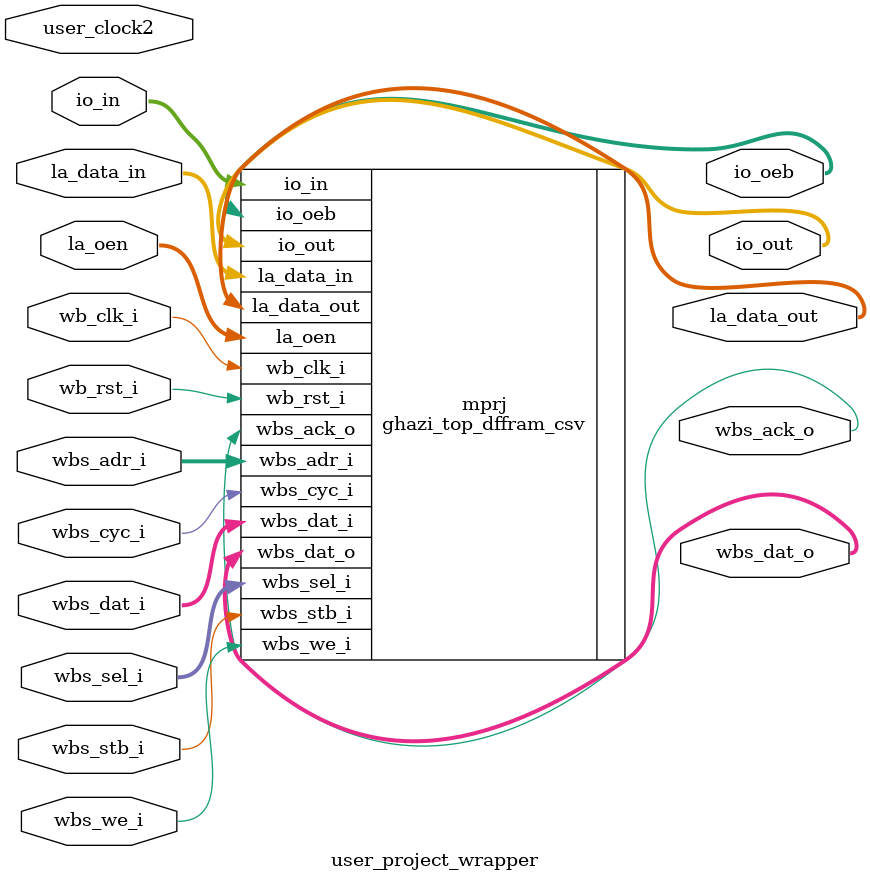
<source format=v>
/* Generated by Yosys 0.9+3621 (git sha1 84e9fa7, gcc 8.3.1 -fPIC -Os) */

module user_project_wrapper(wb_clk_i, wb_rst_i, wbs_stb_i, wbs_cyc_i, wbs_we_i, wbs_sel_i, wbs_dat_i, wbs_adr_i, wbs_ack_o, wbs_dat_o, la_data_in, la_data_out, la_oen, io_in, io_out, io_oeb, user_clock2);
  input [37:0] io_in;
  output [37:0] io_oeb;
  output [37:0] io_out;
  input [127:0] la_data_in;
  output [127:0] la_data_out;
  input [127:0] la_oen;
  input user_clock2;
  input wb_clk_i;
  input wb_rst_i;
  output wbs_ack_o;
  input [31:0] wbs_adr_i;
  input wbs_cyc_i;
  input [31:0] wbs_dat_i;
  output [31:0] wbs_dat_o;
  input [3:0] wbs_sel_i;
  input wbs_stb_i;
  input wbs_we_i;
  ghazi_top_dffram_csv mprj (
    .io_in(io_in),
    .io_oeb(io_oeb),
    .io_out(io_out),
    .la_data_in(la_data_in),
    .la_data_out(la_data_out),
    .la_oen(la_oen),
    .wb_clk_i(wb_clk_i),
    .wb_rst_i(wb_rst_i),
    .wbs_ack_o(wbs_ack_o),
    .wbs_adr_i(wbs_adr_i),
    .wbs_cyc_i(wbs_cyc_i),
    .wbs_dat_i(wbs_dat_i),
    .wbs_dat_o(wbs_dat_o),
    .wbs_sel_i(wbs_sel_i),
    .wbs_stb_i(wbs_stb_i),
    .wbs_we_i(wbs_we_i)
  );
endmodule

</source>
